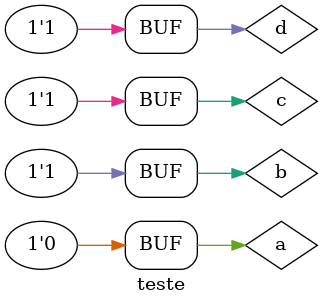
<source format=v>

module  QuineMcCluskey( s,a,b,c,d );

output s;
input a,b,c,d;
wire temp1,temp2,temp3,temp4,temp5,temp6,temp7,temp8;

not NOT1 (temp1,b);
not NOT2 (temp2,d);
and AND1 (temp3,temp1,temp2);
and AND2 (temp4,a,d);
and AND3 (temp5,a,b,d);
not NOT3 (temp6,b);
not NOT4 (temp7,c);
and AND4 (temp8,a,temp6,temp7);
or OR1 (s,temp3,temp4,temp5,temp8);

endmodule

//------------------------------------------------------------------------------------------------------------------

module teste;
reg a,b,c,d;
wire s;

QuineMcCluskey  QM ( s,a,b,c,d );

initial begin:start
        a=0; b=0; c=0; d=0;
end

initial begin: main
#1 $display (" Exer Guia 08 - Marley Ribeiro ");
#1 $display (" a   b   c   d  =   s ");
  $monitor (" %b   %b   %b   %b  =   %b ",a,b,c,d,s);
           
			  #1 a=1;    b=0;   c=0;   d=0;
			  #1 a=1;    b=0;   c=0;   d=1;
			  #1 a=1;    b=0;   c=1;   d=0;
			  #1 a=1;    b=0;   c=1;   d=1;
			  #1 a=1;    b=1;   c=0;   d=0;
			  #1 a=1;    b=1;   c=0;   d=1;
			  #1 a=1;    b=1;   c=1;   d=0;
			  #1 a=1;    b=1;   c=1;   d=1;
			  #1 a=0;    b=0;   c=0;   d=1;
			  #1 a=0;    b=0;   c=1;   d=0;
			  #1 a=0;    b=0;   c=1;   d=1;
			  #1 a=0;    b=1;   c=0;   d=0;
			  #1 a=0;    b=1;   c=0;   d=1;
			  #1 a=0;    b=1;   c=1;   d=0;
			  #1 a=0;    b=1;   c=1;   d=1;
			  
			  
			  
end
endmodule
</source>
